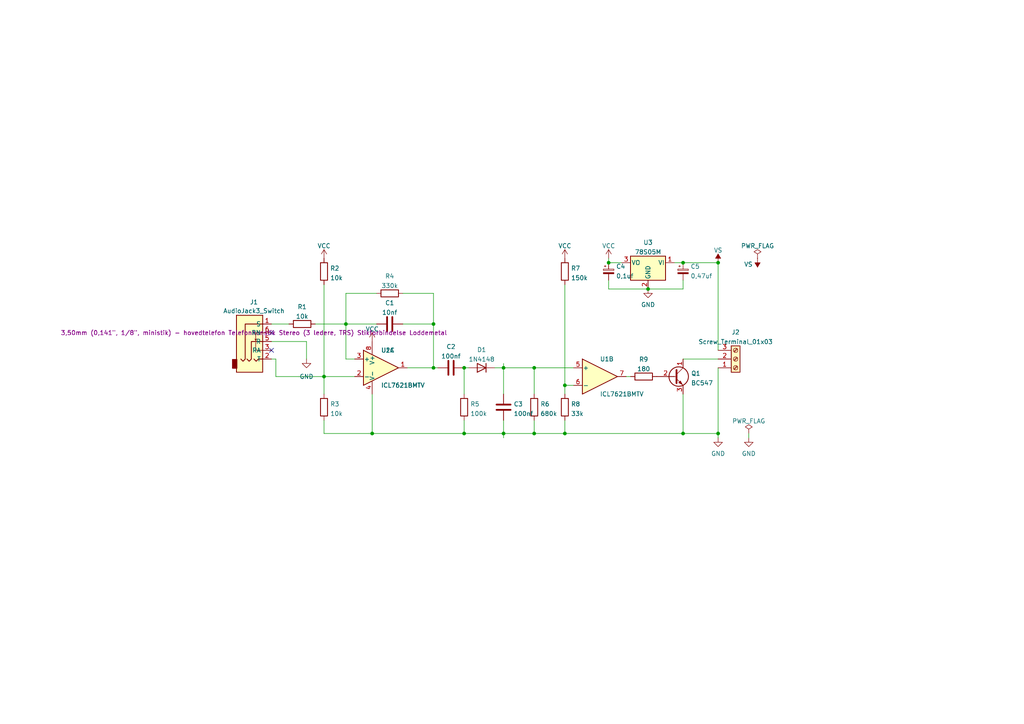
<source format=kicad_sch>
(kicad_sch (version 20211123) (generator eeschema)
  (paper "A4")
  (title_block (title "Auto start ON/OFF") (date "2022-01-18") (rev "0.1.0") (company "El-Tek Trafikteknik I/S"))
  (lib_symbols
    (symbol "Connector:Screw_Terminal_01x03" (pin_names (offset 1.016) hide)
      (property "Reference" "J" (at 0 5.08 0))
      (property "Value" "Screw_Terminal_01x03" (at 0 -5.08 0))
      (symbol "Screw_Terminal_01x03_1_1"
        (rectangle (start -1.27 3.81) (end 1.27 -3.81) (stroke (width 0.254)) (fill (type background)))
        (circle (center 0 -2.54) (radius 0.635) (stroke (width 0.1524)))
        (polyline (pts (xy -0.5334 -2.2098) (xy 0.3302 -3.048)) (stroke (width 0.1524)))
        (polyline (pts (xy -0.5334 0.3302) (xy 0.3302 -0.508)) (stroke (width 0.1524)))
        (polyline (pts (xy -0.5334 2.8702) (xy 0.3302 2.032)) (stroke (width 0.1524)))
        (polyline (pts (xy -0.3556 -2.032) (xy 0.508 -2.8702)) (stroke (width 0.1524)))
        (polyline (pts (xy -0.3556 0.508) (xy 0.508 -0.3302)) (stroke (width 0.1524)))
        (polyline (pts (xy -0.3556 3.048) (xy 0.508 2.2098)) (stroke (width 0.1524)))
        (circle (center 0 0) (radius 0.635) (stroke (width 0.1524)))
        (circle (center 0 2.54) (radius 0.635) (stroke (width 0.1524)))
        (pin passive line (at -5.08 2.54 0) (length 3.81) (name "Pin_1") (number "1"))
        (pin passive line (at -5.08 0 0) (length 3.81) (name "Pin_2") (number "2"))
        (pin passive line (at -5.08 -2.54 0) (length 3.81) (name "Pin_3") (number "3"))
      )
    )
    (symbol "Device:C" (pin_numbers hide) (pin_names (offset 0.254))
      (property "Reference" "C" (at 0.635 2.54 0))
      (property "Value" "C" (at 0.635 -2.54 0))
      (symbol "C_0_1"
        (polyline (pts (xy -2.032 -0.762) (xy 2.032 -0.762)) (stroke (width 0.508)))
        (polyline (pts (xy -2.032 0.762) (xy 2.032 0.762)) (stroke (width 0.508)))
      )
      (symbol "C_1_1"
        (pin passive line (at 0 3.81 270) (length 2.794) (name "~") (number "1"))
        (pin passive line (at 0 -3.81 90) (length 2.794) (name "~") (number "2"))
      )
    )
    (symbol "Device:C_Polarized_Small" (pin_numbers hide) (pin_names (offset 0.254) hide)
      (property "Reference" "C" (at 0.254 1.778 0))
      (property "Value" "C_Polarized_Small" (at 0.254 -2.032 0))
      (symbol "C_Polarized_Small_0_1"
        (rectangle (start -1.524 -0.3048) (end 1.524 -0.6858) (fill (type outline)))
        (rectangle (start -1.524 0.6858) (end 1.524 0.3048))
        (polyline (pts (xy -1.27 1.524) (xy -0.762 1.524)))
        (polyline (pts (xy -1.016 1.27) (xy -1.016 1.778)))
      )
      (symbol "C_Polarized_Small_1_1"
        (pin passive line (at 0 2.54 270) (length 1.8542) (name "~") (number "1"))
        (pin passive line (at 0 -2.54 90) (length 1.8542) (name "~") (number "2"))
      )
    )
    (symbol "Device:R" (pin_numbers hide) (pin_names (offset 0))
      (property "Reference" "R" (at 2.032 0 90))
      (property "Value" "R" (at 0 0 90))
      (symbol "R_0_1"
        (rectangle (start -1.016 -2.54) (end 1.016 2.54) (stroke (width 0.254)))
      )
      (symbol "R_1_1"
        (pin passive line (at 0 3.81 270) (length 1.27) (name "~") (number "1"))
        (pin passive line (at 0 -3.81 90) (length 1.27) (name "~") (number "2"))
      )
    )
    (symbol "Diode:1N4148" (pin_numbers hide) (pin_names (offset 1.016) hide)
      (property "Reference" "D" (at 0 2.54 0))
      (property "Value" "1N4148" (at 0 -2.54 0))
      (symbol "1N4148_0_1"
        (polyline (pts (xy -1.27 1.27) (xy -1.27 -1.27)) (stroke (width 0.254)))
        (polyline (pts (xy 1.27 0) (xy -1.27 0)))
        (polyline (pts (xy 1.27 1.27) (xy 1.27 -1.27) (xy -1.27 0) (xy 1.27 1.27)) (stroke (width 0.254)))
      )
      (symbol "1N4148_1_1"
        (pin passive line (at -3.81 0 0) (length 2.54) (name "K") (number "1"))
        (pin passive line (at 3.81 0 180) (length 2.54) (name "A") (number "2"))
      )
    )
    (symbol "Local_Connectors_Library:AudioJack3_Switch"
      (property "Reference" "J" (at 0 8.89 0))
      (property "Value" "AudioJack3_Switch" (at 0 6.35 0))
      (property "Description" "3,50mm (0,141\", 1/8\", ministik) - hovedtelefon Telefonhunstik Stereo (3 ledere, TRS) Stikforbindelse Loddemetal" (at 0 0 0))
      (symbol "AudioJack3_Switch_0_1"
        (rectangle (start -5.08 5.08) (end 2.54 -11.43) (stroke (width 0.254)) (fill (type background)))
        (rectangle (start -4.953 -7.747) (end -6.223 -10.287) (stroke (width 0.254)) (fill (type outline)))
        (polyline (pts (xy 0.5334 -2.2606) (xy 0.7874 -1.7526)))
        (polyline (pts (xy 0 -7.62) (xy 0.635 -8.255) (xy 1.27 -7.62) (xy 2.54 -7.62)) (stroke (width 0.254)))
        (polyline (pts (xy 2.413 0) (xy 0.508 0) (xy 0.508 -2.286) (xy 0.254 -1.778)))
        (polyline (pts (xy 2.54 -5.08) (xy 0.508 -5.08) (xy 0.508 -2.794) (xy 0.508 -2.8448)))
        (polyline (pts (xy -2.032 -7.62) (xy -1.397 -8.255) (xy -0.762 -7.62) (xy -0.762 -2.54) (xy 2.413 -2.54)) (stroke (width 0.254)))
        (polyline (pts (xy 2.54 2.54) (xy -2.54 2.54) (xy -2.54 -7.62) (xy -3.175 -8.255) (xy -3.81 -7.62)) (stroke (width 0.254)))
      )
      (symbol "AudioJack3_Switch_1_1"
        (pin passive line (at 5.08 2.54 180) (length 2.54) (name "S") (number "1"))
        (pin passive line (at 5.08 -7.62 180) (length 2.54) (name "T") (number "2"))
        (pin passive line (at 5.08 -5.08 180) (length 2.54) (name "RA") (number "3"))
        (pin passive line (at 5.08 -2.54 180) (length 2.54) (name "R") (number "5"))
        (pin passive line (at 5.08 0 180) (length 2.54) (name "RN") (number "6"))
      )
    )
    (symbol "Local_Miscellaneous_Library:ICL7621BMTV" (pin_names (offset 0.127))
      (property "Reference" "U" (at 0 5.08 0))
      (property "Value" "ICL7621BMTV" (at 0 -5.08 0))
      (symbol "ICL7621BMTV_1_1"
        (polyline (pts (xy -5.08 5.08) (xy 5.08 0) (xy -5.08 -5.08) (xy -5.08 5.08)) (stroke (width 0.254)) (fill (type background)))
        (pin output line (at 7.62 0 180) (length 2.54) (name "~") (number "1"))
        (pin input line (at -7.62 -2.54 0) (length 2.54) (name "-") (number "2"))
        (pin input line (at -7.62 2.54 0) (length 2.54) (name "+") (number "3"))
      )
      (symbol "ICL7621BMTV_2_1"
        (polyline (pts (xy -5.08 5.08) (xy 5.08 0) (xy -5.08 -5.08) (xy -5.08 5.08)) (stroke (width 0.254)) (fill (type background)))
        (pin input line (at -7.62 2.54 0) (length 2.54) (name "+") (number "5"))
        (pin input line (at -7.62 -2.54 0) (length 2.54) (name "-") (number "6"))
        (pin output line (at 7.62 0 180) (length 2.54) (name "~") (number "7"))
      )
      (symbol "ICL7621BMTV_3_1"
        (pin power_in line (at -2.54 -7.62 90) (length 3.81) (name "V-") (number "4"))
        (pin power_in line (at -2.54 7.62 270) (length 3.81) (name "V+") (number "8"))
      )
    )
    (symbol "Regulator_Linear:LM7805_TO220" (pin_names (offset 0.254))
      (property "Reference" "U" (at -3.81 3.175 0))
      (property "Value" "LM7805_TO220" (at 0 3.175 0))
      (symbol "LM7805_TO220_0_1"
        (rectangle (start -5.08 1.905) (end 5.08 -5.08) (stroke (width 0.254)) (fill (type background)))
      )
      (symbol "LM7805_TO220_1_1"
        (pin power_in line (at -7.62 0 0) (length 2.54) (name "VI") (number "1"))
        (pin power_in line (at 0 -7.62 90) (length 2.54) (name "GND") (number "2"))
        (pin power_out line (at 7.62 0 180) (length 2.54) (name "VO") (number "3"))
      )
    )
    (symbol "Transistor_BJT:BC547" (pin_names (offset 0) hide)
      (property "Reference" "Q" (at 5.08 1.905 0))
      (property "Value" "BC547" (at 5.08 0 0))
      (symbol "BC547_0_1"
        (polyline (pts (xy 0 0) (xy 0.635 0)))
        (polyline (pts (xy 0.635 0.635) (xy 2.54 2.54)))
        (polyline (pts (xy 0.635 -0.635) (xy 2.54 -2.54) (xy 2.54 -2.54)))
        (polyline (pts (xy 0.635 1.905) (xy 0.635 -1.905) (xy 0.635 -1.905)) (stroke (width 0.508)))
        (polyline (pts (xy 1.27 -1.778) (xy 1.778 -1.27) (xy 2.286 -2.286) (xy 1.27 -1.778) (xy 1.27 -1.778)) (fill (type outline)))
        (circle (center 1.27 0) (radius 2.8194) (stroke (width 0.254)))
      )
      (symbol "BC547_1_1"
        (pin passive line (at 2.54 5.08 270) (length 2.54) (name "C") (number "1"))
        (pin input line (at -5.08 0 0) (length 5.08) (name "B") (number "2"))
        (pin passive line (at 2.54 -5.08 90) (length 2.54) (name "E") (number "3"))
      )
    )
    (symbol "power:GND" (power) (pin_names (offset 0))
      (property "Value" "GND" (at 0 -3.81 0))
      (symbol "GND_0_1"
        (polyline (pts (xy 0 0) (xy 0 -1.27) (xy 1.27 -1.27) (xy 0 -2.54) (xy -1.27 -1.27) (xy 0 -1.27)))
      )
      (symbol "GND_1_1"
        (pin power_in line (at 0 0 270) (length 0) hide (name "GND") (number "1"))
      )
    )
    (symbol "power:PWR_FLAG" (power) (pin_numbers hide) (pin_names (offset 0) hide)
      (property "Value" "PWR_FLAG" (at 0 3.81 0))
      (symbol "PWR_FLAG_0_0"
        (pin power_out line (at 0 0 90) (length 0) (name "pwr") (number "1"))
      )
      (symbol "PWR_FLAG_0_1"
        (polyline (pts (xy 0 0) (xy 0 1.27) (xy -1.016 1.905) (xy 0 2.54) (xy 1.016 1.905) (xy 0 1.27)))
      )
    )
    (symbol "power:VCC" (power) (pin_names (offset 0))
      (property "Value" "VCC" (at 0 3.81 0))
      (symbol "VCC_0_1"
        (polyline (pts (xy -0.762 1.27) (xy 0 2.54)))
        (polyline (pts (xy 0 0) (xy 0 2.54)))
        (polyline (pts (xy 0 2.54) (xy 0.762 1.27)))
      )
      (symbol "VCC_1_1"
        (pin power_in line (at 0 0 90) (length 0) hide (name "VCC") (number "1"))
      )
    )
    (symbol "power:VS" (power) (pin_names (offset 0))
      (property "Value" "VS" (at 0 3.81 0))
      (symbol "VS_0_1"
        (polyline (pts (xy 0 0) (xy 0 2.54)))
        (polyline (pts (xy 0.762 1.27) (xy -0.762 1.27) (xy 0 2.54) (xy 0.762 1.27)) (fill (type outline)))
      )
      (symbol "VS_1_1"
        (pin power_in line (at 0 0 90) (length 0) hide (name "VS") (number "1"))
      )
    )
  )
  (junction (at 146.05 106.68))
  (junction (at 154.94 106.68))
  (junction (at 125.73 93.98))
  (junction (at 146.05 125.73))
  (junction (at 154.94 125.73))
  (junction (at 107.95 125.73))
  (junction (at 163.83 111.76))
  (junction (at 100.33 93.98))
  (junction (at 187.96 83.82))
  (junction (at 198.12 125.73))
  (junction (at 163.83 125.73))
  (junction (at 134.62 125.73))
  (junction (at 176.53 76.2))
  (junction (at 134.62 106.68))
  (junction (at 208.28 125.73))
  (junction (at 208.28 76.2))
  (junction (at 93.98 109.22))
  (junction (at 198.12 76.2))
  (junction (at 125.73 106.68))
  (no_connect (at 78.74 101.6))
  (no_connect (at 78.74 96.52))
  (wire (pts (xy 176.53 81.28) (xy 176.53 83.82)))
  (wire (pts (xy 88.9 99.06) (xy 88.9 104.14)))
  (wire (pts (xy 198.12 104.14) (xy 208.28 104.14)))
  (wire (pts (xy 78.74 99.06) (xy 88.9 99.06)))
  (wire (pts (xy 208.28 76.2) (xy 208.28 101.6)))
  (wire (pts (xy 198.12 114.3) (xy 198.12 125.73)))
  (wire (pts (xy 163.83 125.73) (xy 198.12 125.73)))
  (wire (pts (xy 125.73 106.68) (xy 127 106.68)))
  (wire (pts (xy 146.05 121.92) (xy 146.05 125.73)))
  (wire (pts (xy 198.12 125.73) (xy 208.28 125.73)))
  (wire (pts (xy 208.28 127) (xy 208.28 125.73)))
  (wire (pts (xy 100.33 104.14) (xy 100.33 93.98)))
  (wire (pts (xy 80.01 109.22) (xy 93.98 109.22)))
  (wire (pts (xy 116.84 93.98) (xy 125.73 93.98)))
  (wire (pts (xy 154.94 125.73) (xy 163.83 125.73)))
  (wire (pts (xy 198.12 81.28) (xy 198.12 83.82)))
  (wire (pts (xy 182.88 109.22) (xy 181.61 109.22)))
  (wire (pts (xy 154.94 121.92) (xy 154.94 125.73)))
  (wire (pts (xy 163.83 114.3) (xy 163.83 111.76)))
  (wire (pts (xy 78.74 93.98) (xy 83.82 93.98)))
  (wire (pts (xy 118.11 106.68) (xy 125.73 106.68)))
  (wire (pts (xy 134.62 121.92) (xy 134.62 125.73)))
  (wire (pts (xy 134.62 106.68) (xy 134.62 114.3)))
  (wire (pts (xy 143.51 106.68) (xy 146.05 106.68)))
  (wire (pts (xy 134.62 106.68) (xy 135.89 106.68)))
  (wire (pts (xy 163.83 111.76) (xy 166.37 111.76)))
  (wire (pts (xy 102.87 104.14) (xy 100.33 104.14)))
  (wire (pts (xy 100.33 93.98) (xy 109.22 93.98)))
  (wire (pts (xy 176.53 74.93) (xy 176.53 76.2)))
  (wire (pts (xy 93.98 109.22) (xy 102.87 109.22)))
  (wire (pts (xy 93.98 82.55) (xy 93.98 109.22)))
  (wire (pts (xy 125.73 85.09) (xy 125.73 93.98)))
  (wire (pts (xy 154.94 114.3) (xy 154.94 106.68)))
  (wire (pts (xy 125.73 93.98) (xy 125.73 106.68)))
  (wire (pts (xy 195.58 76.2) (xy 198.12 76.2)))
  (wire (pts (xy 208.28 125.73) (xy 208.28 106.68)))
  (wire (pts (xy 198.12 76.2) (xy 208.28 76.2)))
  (wire (pts (xy 93.98 121.92) (xy 93.98 125.73)))
  (wire (pts (xy 146.05 127) (xy 146.05 125.73)))
  (wire (pts (xy 163.83 82.55) (xy 163.83 111.76)))
  (wire (pts (xy 107.95 125.73) (xy 134.62 125.73)))
  (wire (pts (xy 80.01 104.14) (xy 80.01 109.22)))
  (wire (pts (xy 100.33 85.09) (xy 109.22 85.09)))
  (wire (pts (xy 146.05 106.68) (xy 154.94 106.68)))
  (wire (pts (xy 154.94 106.68) (xy 166.37 106.68)))
  (wire (pts (xy 187.96 83.82) (xy 198.12 83.82)))
  (wire (pts (xy 93.98 125.73) (xy 107.95 125.73)))
  (wire (pts (xy 217.17 127) (xy 217.17 125.73)))
  (wire (pts (xy 107.95 114.3) (xy 107.95 125.73)))
  (wire (pts (xy 146.05 106.68) (xy 146.05 114.3)))
  (wire (pts (xy 116.84 85.09) (xy 125.73 85.09)))
  (wire (pts (xy 146.05 125.73) (xy 154.94 125.73)))
  (wire (pts (xy 176.53 76.2) (xy 180.34 76.2)))
  (wire (pts (xy 163.83 121.92) (xy 163.83 125.73)))
  (wire (pts (xy 93.98 114.3) (xy 93.98 109.22)))
  (wire (pts (xy 146.05 105.41) (xy 146.05 106.68)))
  (wire (pts (xy 91.44 93.98) (xy 100.33 93.98)))
  (wire (pts (xy 176.53 83.82) (xy 187.96 83.82)))
  (wire (pts (xy 134.62 125.73) (xy 146.05 125.73)))
  (wire (pts (xy 78.74 104.14) (xy 80.01 104.14)))
  (wire (pts (xy 100.33 93.98) (xy 100.33 85.09)))
  (symbol (lib_id "power:PWR_FLAG") (at 217.17 125.73 0) (unit 1)
    (property "Reference" "#FLG01" (effects hide))
    (property "Value" "PWR_FLAG" (at 217.17 122.1255 0))
  )
  (symbol (lib_id "Transistor_BJT:BC547") (at 195.58 109.22 0) (unit 1)
    (property "Reference" "Q1" (at 200.4314 108.3115 0) (effects (justify left)))
    (property "Value" "BC547" (at 200.4314 111.0866 0) (effects (justify left)))
    (property "Footprint" "Package_TO_SOT_THT:TO-92L_Inline_Wide" (effects hide))
    (property "Datasheet" "https://www.onsemi.com/pub/Collateral/BC550-D.pdf" (effects hide))
  )
  (symbol (lib_id "Device:R") (at 93.98 78.74 180) (unit 1)
    (property "Reference" "R2" (at 95.758 77.8315 0) (effects (justify right)))
    (property "Value" "10k" (at 95.758 80.6066 0) (effects (justify right)))
    (property "Footprint" "Resistor_THT:R_Axial_DIN0411_L9.9mm_D3.6mm_P12.70mm_Horizontal" (effects hide))
  )
  (symbol (lib_id "power:VCC") (at 107.95 99.06 0) (unit 1)
    (property "Reference" "#PWR03" (effects hide))
    (property "Value" "VCC" (at 107.95 95.4555 0))
  )
  (symbol (lib_id "power:VS") (at 208.28 76.2 0) (unit 1)
    (property "Reference" "#PWR07" (effects hide))
    (property "Value" "VS" (at 208.28 72.5955 0))
  )
  (symbol (lib_id "Device:C") (at 113.03 93.98 90) (unit 1)
    (property "Reference" "C1" (at 113.03 87.8545 90))
    (property "Value" "10nf" (at 113.03 90.6296 90))
    (property "Footprint" "Capacitor_THT:C_Disc_D4.3mm_W1.9mm_P5.00mm" (effects hide))
  )
  (symbol (lib_id "Device:C_Polarized_Small") (at 198.12 78.74 0) (unit 1)
    (property "Reference" "C5" (at 200.279 77.2854 0) (effects (justify left)))
    (property "Value" "0,47uf" (at 200.279 80.0605 0) (effects (justify left)))
    (property "Footprint" "Capacitor_THT:CP_Radial_Tantal_D5.0mm_P5.00mm" (effects hide))
  )
  (symbol (lib_id "Device:R") (at 154.94 118.11 180) (unit 1)
    (property "Reference" "R6" (at 156.718 117.2015 0) (effects (justify right)))
    (property "Value" "680k" (at 156.718 119.9766 0) (effects (justify right)))
    (property "Footprint" "Resistor_THT:R_Axial_DIN0411_L9.9mm_D3.6mm_P12.70mm_Horizontal" (effects hide))
  )
  (symbol (lib_id "Device:C") (at 146.05 118.11 0) (unit 1)
    (property "Reference" "C3" (at 148.971 117.2015 0) (effects (justify left)))
    (property "Value" "100nf" (at 148.971 119.9766 0) (effects (justify left)))
    (property "Footprint" "Capacitor_THT:C_Disc_D3.8mm_W2.6mm_P2.50mm" (effects hide))
  )
  (symbol (lib_id "power:GND") (at 208.28 127 0) (unit 1)
    (property "Reference" "#PWR08" (effects hide))
    (property "Value" "GND" (at 208.28 131.5625 0))
  )
  (symbol (lib_id "Device:R") (at 93.98 118.11 180) (unit 1)
    (property "Reference" "R3" (at 95.758 117.2015 0) (effects (justify right)))
    (property "Value" "10k" (at 95.758 119.9766 0) (effects (justify right)))
    (property "Footprint" "Resistor_THT:R_Axial_DIN0411_L9.9mm_D3.6mm_P12.70mm_Horizontal" (effects hide))
  )
  (symbol (lib_id "Device:R") (at 163.83 118.11 180) (unit 1)
    (property "Reference" "R8" (at 165.608 117.2015 0) (effects (justify right)))
    (property "Value" "33k" (at 165.608 119.9766 0) (effects (justify right)))
    (property "Footprint" "Resistor_THT:R_Axial_DIN0411_L9.9mm_D3.6mm_P12.70mm_Horizontal" (effects hide))
  )
  (symbol (lib_id "power:PWR_FLAG") (at 219.71 74.93 0) (unit 1)
    (property "Reference" "#FLG02" (effects hide))
    (property "Value" "PWR_FLAG" (at 219.71 71.3255 0))
  )
  (symbol (lib_id "power:GND") (at 217.17 127 0) (unit 1)
    (property "Reference" "#PWR09" (effects hide))
    (property "Value" "GND" (at 217.17 131.5625 0))
  )
  (symbol (lib_id "Device:C") (at 130.81 106.68 90) (unit 1)
    (property "Reference" "C2" (at 130.81 100.5545 90))
    (property "Value" "100nf" (at 130.81 103.3296 90))
    (property "Footprint" "Capacitor_THT:C_Disc_D3.8mm_W2.6mm_P2.50mm" (effects hide))
  )
  (symbol (lib_id "Device:R") (at 163.83 78.74 180) (unit 1)
    (property "Reference" "R7" (at 165.608 77.8315 0) (effects (justify right)))
    (property "Value" "150k" (at 165.608 80.6066 0) (effects (justify right)))
    (property "Footprint" "Resistor_THT:R_Axial_DIN0411_L9.9mm_D3.6mm_P12.70mm_Horizontal" (effects hide))
  )
  (symbol (lib_id "Device:R") (at 134.62 118.11 180) (unit 1)
    (property "Reference" "R5" (at 136.398 117.2015 0) (effects (justify right)))
    (property "Value" "100k" (at 136.398 119.9766 0) (effects (justify right)))
    (property "Footprint" "Resistor_THT:R_Axial_DIN0411_L9.9mm_D3.6mm_P12.70mm_Horizontal" (effects hide))
  )
  (symbol (lib_id "Local_Miscellaneous_Library:ICL7621BMTV") (at 173.99 109.22 0) (unit 2)
    (property "Reference" "U1" (at 173.99 104.14 0) (effects (justify left)))
    (property "Value" "ICL7621BMTV" (at 173.99 114.3 0) (effects (justify left)))
    (property "Footprint" "Package_TO_SOT_THT:TO-99-8" (effects hide))
    (property "Datasheet" "https://datasheets.maximintegrated.com/en/ds/ICL7612-ICL764X.pdf" (effects hide))
  )
  (symbol (lib_id "Device:R") (at 87.63 93.98 90) (unit 1)
    (property "Reference" "R1" (at 87.63 88.9975 90))
    (property "Value" "10k" (at 87.63 91.7726 90))
    (property "Footprint" "Resistor_THT:R_Axial_DIN0411_L9.9mm_D3.6mm_P12.70mm_Horizontal" (effects hide))
  )
  (symbol (lib_id "power:VS") (at 219.71 74.93 0) (mirror x) (unit 1)
    (property "Reference" "#PWR010" (effects hide))
    (property "Value" "VS" (at 218.3131 76.679 0) (effects (justify right)))
  )
  (symbol (lib_id "Local_Connectors_Library:AudioJack3_Switch") (at 73.66 96.52 0) (unit 1)
    (property "Reference" "J1" (at 73.66 87.63 0))
    (property "Value" "AudioJack3_Switch" (at 73.66 90.17 0))
    (property "Footprint" "Local_Connectors:AUDIO_JACK_ASJ-195-L-HT" (effects hide))
    (property "Datasheet" "https://app.adam-tech.com/products/download/data_sheet/203694/asj-195-x-ht-data-sheet.pdf" (effects hide))
    (property "Description" "3,50mm (0,141\", 1/8\", ministik) - hovedtelefon Telefonhunstik Stereo (3 ledere, TRS) Stikforbindelse Loddemetal" (at 73.66 96.52 0))
  )
  (symbol (lib_id "Device:R") (at 186.69 109.22 270) (unit 1)
    (property "Reference" "R9" (at 186.69 104.2375 90))
    (property "Value" "180" (at 186.69 107.0126 90))
    (property "Footprint" "Resistor_THT:R_Axial_DIN0411_L9.9mm_D3.6mm_P12.70mm_Horizontal" (effects hide))
  )
  (symbol (lib_id "Diode:1N4148") (at 139.7 106.68 180) (unit 1)
    (property "Reference" "D1" (at 139.7 101.4435 0))
    (property "Value" "1N4148" (at 139.7 104.2186 0))
    (property "Footprint" "Diode_THT:D_DO-35_SOD27_P7.62mm_Horizontal" (effects hide))
    (property "Datasheet" "https://assets.nexperia.com/documents/data-sheet/1N4148_1N4448.pdf" (effects hide))
  )
  (symbol (lib_id "Device:R") (at 113.03 85.09 90) (unit 1)
    (property "Reference" "R4" (at 113.03 80.1075 90))
    (property "Value" "330k" (at 113.03 82.8826 90))
    (property "Footprint" "Resistor_THT:R_Axial_DIN0411_L9.9mm_D3.6mm_P12.70mm_Horizontal" (effects hide))
  )
  (symbol (lib_id "Connector:Screw_Terminal_01x03") (at 213.36 104.14 0) (mirror x) (unit 1)
    (property "Reference" "J2" (at 213.36 96.3635 0))
    (property "Value" "Screw_Terminal_01x03" (at 213.36 99.1386 0))
    (property "Footprint" "TerminalBlock_Phoenix:TerminalBlock_Phoenix_MKDS-1,5-3_1x03_P5.00mm_Horizontal" (effects hide))
  )
  (symbol (lib_id "power:VCC") (at 93.98 74.93 0) (unit 1)
    (property "Reference" "#PWR02" (effects hide))
    (property "Value" "VCC" (at 93.98 71.3255 0))
  )
  (symbol (lib_id "Local_Miscellaneous_Library:ICL7621BMTV") (at 110.49 106.68 0) (unit 1)
    (property "Reference" "U1" (at 110.49 101.6 0) (effects (justify left)))
    (property "Value" "ICL7621BMTV" (at 110.49 111.76 0) (effects (justify left)))
    (property "Footprint" "Package_TO_SOT_THT:TO-99-8" (effects hide))
    (property "Datasheet" "https://datasheets.maximintegrated.com/en/ds/ICL7612-ICL764X.pdf" (effects hide))
  )
  (symbol (lib_id "power:GND") (at 187.96 83.82 0) (unit 1)
    (property "Reference" "#PWR06" (effects hide))
    (property "Value" "GND" (at 187.96 88.3825 0))
  )
  (symbol (lib_id "power:GND") (at 88.9 104.14 0) (unit 1)
    (property "Reference" "#PWR01" (effects hide))
    (property "Value" "GND" (at 88.9 109.22 0))
  )
  (symbol (lib_id "power:VCC") (at 176.53 74.93 0) (unit 1)
    (property "Reference" "#PWR05" (effects hide))
    (property "Value" "VCC" (at 176.53 71.3255 0))
  )
  (symbol (lib_id "Device:C_Polarized_Small") (at 176.53 78.74 0) (unit 1)
    (property "Reference" "C4" (at 178.689 77.2854 0) (effects (justify left)))
    (property "Value" "0,1uf" (at 178.689 80.0605 0) (effects (justify left)))
    (property "Footprint" "Capacitor_THT:CP_Radial_Tantal_D5.0mm_P5.00mm" (effects hide))
  )
  (symbol (lib_id "Local_Miscellaneous_Library:ICL7621BMTV") (at 110.49 106.68 0) (unit 3)
    (property "Reference" "U2" (at 110.49 101.6 0) (effects (justify left)))
    (property "Value" "ICL7621BMTV" (at 110.49 111.76 0) (effects (justify left)))
    (property "Footprint" "Package_TO_SOT_THT:TO-99-8" (effects hide))
    (property "Datasheet" "https://datasheets.maximintegrated.com/en/ds/ICL7612-ICL764X.pdf" (effects hide))
  )
  (symbol (lib_id "Regulator_Linear:LM7805_TO220") (at 187.96 76.2 0) (mirror y) (unit 1)
    (property "Reference" "U3" (at 187.96 70.3285 0))
    (property "Value" "78S05M" (at 187.96 73.1036 0))
    (property "Footprint" "Package_TO_SOT_SMD:SOT-89-3" (effects hide))
    (property "Datasheet" "https://datasheet.lcsc.com/lcsc/1912111437_UNI-SEMI-78S05M_C400136.pdf" (effects hide))
    (property "Manufacturer" "UNI-SEMI" (effects hide))
    (property "JLCPCB Part #" "C400136" (effects hide))
  )
  (symbol (lib_id "power:VCC") (at 163.83 74.93 0) (unit 1)
    (property "Reference" "#PWR04" (effects hide))
    (property "Value" "VCC" (at 163.83 71.3255 0))
  )
)
</source>
